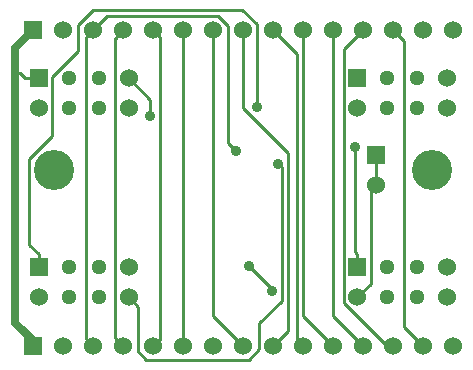
<source format=gbl>
G04 (created by PCBNEW (2013-mar-13)-testing) date Tue 23 Sep 2014 12:36:19 PM PDT*
%MOIN*%
G04 Gerber Fmt 3.4, Leading zero omitted, Abs format*
%FSLAX34Y34*%
G01*
G70*
G90*
G04 APERTURE LIST*
%ADD10C,0.005906*%
%ADD11R,0.060000X0.060000*%
%ADD12C,0.060000*%
%ADD13C,0.133900*%
%ADD14C,0.051000*%
%ADD15C,0.035000*%
%ADD16C,0.025000*%
%ADD17C,0.010000*%
G04 APERTURE END LIST*
G54D10*
G54D11*
X20559Y-33425D03*
G54D12*
X21559Y-33425D03*
X22559Y-33425D03*
X23559Y-33425D03*
X24559Y-33425D03*
X25559Y-33425D03*
X26559Y-33425D03*
X27559Y-33425D03*
X28559Y-33425D03*
X29559Y-33425D03*
X30559Y-33425D03*
X31559Y-33425D03*
X32559Y-33425D03*
X33559Y-33425D03*
X34559Y-33425D03*
G54D11*
X20559Y-22893D03*
G54D12*
X21559Y-22893D03*
X22559Y-22893D03*
X23559Y-22893D03*
X24559Y-22893D03*
X25559Y-22893D03*
X26559Y-22893D03*
X27559Y-22893D03*
X28559Y-22893D03*
X29559Y-22893D03*
X30559Y-22893D03*
X31559Y-22893D03*
X32559Y-22893D03*
X33559Y-22893D03*
X34559Y-22893D03*
G54D11*
X32007Y-27059D03*
G54D12*
X32007Y-28059D03*
G54D13*
X21259Y-27559D03*
X33858Y-27559D03*
G54D11*
X31374Y-30799D03*
G54D12*
X34374Y-30799D03*
X31374Y-31799D03*
X34374Y-31799D03*
G54D14*
X32374Y-30799D03*
X33374Y-30799D03*
X33374Y-31799D03*
X32374Y-31799D03*
G54D11*
X31374Y-24500D03*
G54D12*
X34374Y-24500D03*
X31374Y-25500D03*
X34374Y-25500D03*
G54D14*
X32374Y-24500D03*
X33374Y-24500D03*
X33374Y-25500D03*
X32374Y-25500D03*
G54D11*
X20744Y-30799D03*
G54D12*
X23744Y-30799D03*
X20744Y-31799D03*
X23744Y-31799D03*
G54D14*
X21744Y-30799D03*
X22744Y-30799D03*
X22744Y-31799D03*
X21744Y-31799D03*
G54D11*
X20744Y-24500D03*
G54D12*
X23744Y-24500D03*
X20744Y-25500D03*
X23744Y-25500D03*
G54D14*
X21744Y-24500D03*
X22744Y-24500D03*
X22744Y-25500D03*
X21744Y-25500D03*
G54D15*
X24451Y-25763D03*
X28517Y-31575D03*
X27766Y-30758D03*
X28012Y-25468D03*
X28737Y-27352D03*
X31304Y-26793D03*
X27331Y-26919D03*
G54D16*
X19960Y-23492D02*
X20559Y-22893D01*
X19960Y-24321D02*
X19960Y-23492D01*
G54D17*
X20115Y-24321D02*
X20293Y-24500D01*
X19960Y-24321D02*
X20115Y-24321D01*
X20744Y-24500D02*
X20293Y-24500D01*
G54D16*
X19960Y-32637D02*
X19960Y-24321D01*
X20559Y-33236D02*
X19960Y-32637D01*
X20559Y-33425D02*
X20559Y-33236D01*
G54D17*
X26559Y-32425D02*
X27559Y-33425D01*
X26559Y-22893D02*
X26559Y-32425D01*
X29074Y-32909D02*
X28559Y-33425D01*
X29074Y-27003D02*
X29074Y-32909D01*
X27559Y-25487D02*
X29074Y-27003D01*
X27559Y-22893D02*
X27559Y-25487D01*
X29343Y-33209D02*
X29559Y-33425D01*
X29343Y-23677D02*
X29343Y-33209D01*
X28559Y-22893D02*
X29343Y-23677D01*
X29559Y-32425D02*
X29559Y-22893D01*
X30559Y-33425D02*
X29559Y-32425D01*
X30559Y-32425D02*
X31559Y-33425D01*
X30559Y-22893D02*
X30559Y-32425D01*
X32358Y-33425D02*
X32559Y-33425D01*
X30916Y-31983D02*
X32358Y-33425D01*
X30916Y-23536D02*
X30916Y-31983D01*
X31559Y-22893D02*
X30916Y-23536D01*
X32921Y-32787D02*
X33559Y-33425D01*
X32921Y-23256D02*
X32921Y-32787D01*
X32559Y-22893D02*
X32921Y-23256D01*
X25559Y-22893D02*
X25559Y-33425D01*
X24776Y-23111D02*
X24559Y-22893D01*
X24776Y-33207D02*
X24776Y-23111D01*
X24559Y-33425D02*
X24776Y-33207D01*
X23277Y-33143D02*
X23559Y-33425D01*
X23277Y-23175D02*
X23277Y-33143D01*
X23559Y-22893D02*
X23277Y-23175D01*
X24451Y-25207D02*
X24451Y-25763D01*
X23744Y-24500D02*
X24451Y-25207D01*
X28517Y-31509D02*
X28517Y-31575D01*
X27766Y-30758D02*
X28517Y-31509D01*
X20744Y-30799D02*
X20744Y-30349D01*
X28012Y-22703D02*
X28012Y-25468D01*
X27540Y-22231D02*
X28012Y-22703D01*
X22557Y-22231D02*
X27540Y-22231D01*
X22059Y-22729D02*
X22557Y-22231D01*
X22059Y-23586D02*
X22059Y-22729D01*
X21195Y-24449D02*
X22059Y-23586D01*
X21195Y-26430D02*
X21195Y-24449D01*
X20436Y-27189D02*
X21195Y-26430D01*
X20436Y-30041D02*
X20436Y-27189D01*
X20744Y-30349D02*
X20436Y-30041D01*
X28843Y-27458D02*
X28737Y-27352D01*
X28843Y-31909D02*
X28843Y-27458D01*
X28099Y-32653D02*
X28843Y-31909D01*
X28099Y-33528D02*
X28099Y-32653D01*
X27751Y-33876D02*
X28099Y-33528D01*
X24335Y-33876D02*
X27751Y-33876D01*
X24059Y-33600D02*
X24335Y-33876D01*
X24059Y-32114D02*
X24059Y-33600D01*
X23744Y-31799D02*
X24059Y-32114D01*
X31374Y-30799D02*
X31374Y-30349D01*
X31304Y-30279D02*
X31304Y-26793D01*
X31374Y-30349D02*
X31304Y-30279D01*
X23021Y-22431D02*
X22559Y-22893D01*
X26734Y-22431D02*
X23021Y-22431D01*
X27059Y-22756D02*
X26734Y-22431D01*
X27059Y-26647D02*
X27059Y-22756D01*
X27331Y-26919D02*
X27059Y-26647D01*
X22322Y-33188D02*
X22559Y-33425D01*
X22322Y-23129D02*
X22322Y-33188D01*
X22559Y-22893D02*
X22322Y-23129D01*
X31825Y-28241D02*
X32007Y-28059D01*
X31825Y-31347D02*
X31825Y-28241D01*
X31374Y-31799D02*
X31825Y-31347D01*
X32007Y-28059D02*
X32007Y-27059D01*
M02*

</source>
